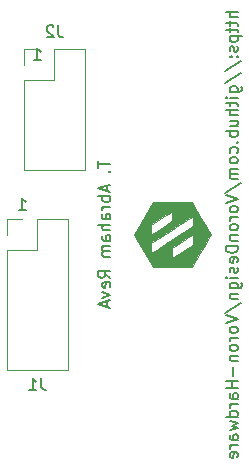
<source format=gbr>
G04 #@! TF.GenerationSoftware,KiCad,Pcbnew,(6.0.0)*
G04 #@! TF.CreationDate,2021-12-31T10:21:58-05:00*
G04 #@! TF.ProjectId,SKR-Mini_Screen,534b522d-4d69-46e6-995f-53637265656e,rev?*
G04 #@! TF.SameCoordinates,Original*
G04 #@! TF.FileFunction,Legend,Bot*
G04 #@! TF.FilePolarity,Positive*
%FSLAX46Y46*%
G04 Gerber Fmt 4.6, Leading zero omitted, Abs format (unit mm)*
G04 Created by KiCad (PCBNEW (6.0.0)) date 2021-12-31 10:21:58*
%MOMM*%
%LPD*%
G01*
G04 APERTURE LIST*
%ADD10C,0.150000*%
%ADD11C,0.200000*%
%ADD12C,0.120000*%
%ADD13C,0.010000*%
G04 APERTURE END LIST*
D10*
X126714285Y-91892380D02*
X127285714Y-91892380D01*
X127000000Y-91892380D02*
X127000000Y-90892380D01*
X127095238Y-91035238D01*
X127190476Y-91130476D01*
X127285714Y-91178095D01*
D11*
X143962380Y-87846666D02*
X142962380Y-87846666D01*
X143962380Y-88275238D02*
X143438571Y-88275238D01*
X143343333Y-88227619D01*
X143295714Y-88132380D01*
X143295714Y-87989523D01*
X143343333Y-87894285D01*
X143390952Y-87846666D01*
X143295714Y-88608571D02*
X143295714Y-88989523D01*
X142962380Y-88751428D02*
X143819523Y-88751428D01*
X143914761Y-88799047D01*
X143962380Y-88894285D01*
X143962380Y-88989523D01*
X143295714Y-89180000D02*
X143295714Y-89560952D01*
X142962380Y-89322857D02*
X143819523Y-89322857D01*
X143914761Y-89370476D01*
X143962380Y-89465714D01*
X143962380Y-89560952D01*
X143295714Y-89894285D02*
X144295714Y-89894285D01*
X143343333Y-89894285D02*
X143295714Y-89989523D01*
X143295714Y-90180000D01*
X143343333Y-90275238D01*
X143390952Y-90322857D01*
X143486190Y-90370476D01*
X143771904Y-90370476D01*
X143867142Y-90322857D01*
X143914761Y-90275238D01*
X143962380Y-90180000D01*
X143962380Y-89989523D01*
X143914761Y-89894285D01*
X143914761Y-90751428D02*
X143962380Y-90846666D01*
X143962380Y-91037142D01*
X143914761Y-91132380D01*
X143819523Y-91180000D01*
X143771904Y-91180000D01*
X143676666Y-91132380D01*
X143629047Y-91037142D01*
X143629047Y-90894285D01*
X143581428Y-90799047D01*
X143486190Y-90751428D01*
X143438571Y-90751428D01*
X143343333Y-90799047D01*
X143295714Y-90894285D01*
X143295714Y-91037142D01*
X143343333Y-91132380D01*
X143867142Y-91608571D02*
X143914761Y-91656190D01*
X143962380Y-91608571D01*
X143914761Y-91560952D01*
X143867142Y-91608571D01*
X143962380Y-91608571D01*
X143343333Y-91608571D02*
X143390952Y-91656190D01*
X143438571Y-91608571D01*
X143390952Y-91560952D01*
X143343333Y-91608571D01*
X143438571Y-91608571D01*
X142914761Y-92799047D02*
X144200476Y-91941904D01*
X142914761Y-93846666D02*
X144200476Y-92989523D01*
X143295714Y-94608571D02*
X144105238Y-94608571D01*
X144200476Y-94560952D01*
X144248095Y-94513333D01*
X144295714Y-94418095D01*
X144295714Y-94275238D01*
X144248095Y-94180000D01*
X143914761Y-94608571D02*
X143962380Y-94513333D01*
X143962380Y-94322857D01*
X143914761Y-94227619D01*
X143867142Y-94180000D01*
X143771904Y-94132380D01*
X143486190Y-94132380D01*
X143390952Y-94180000D01*
X143343333Y-94227619D01*
X143295714Y-94322857D01*
X143295714Y-94513333D01*
X143343333Y-94608571D01*
X143962380Y-95084761D02*
X143295714Y-95084761D01*
X142962380Y-95084761D02*
X143010000Y-95037142D01*
X143057619Y-95084761D01*
X143010000Y-95132380D01*
X142962380Y-95084761D01*
X143057619Y-95084761D01*
X143295714Y-95418095D02*
X143295714Y-95799047D01*
X142962380Y-95560952D02*
X143819523Y-95560952D01*
X143914761Y-95608571D01*
X143962380Y-95703809D01*
X143962380Y-95799047D01*
X143962380Y-96132380D02*
X142962380Y-96132380D01*
X143962380Y-96560952D02*
X143438571Y-96560952D01*
X143343333Y-96513333D01*
X143295714Y-96418095D01*
X143295714Y-96275238D01*
X143343333Y-96180000D01*
X143390952Y-96132380D01*
X143295714Y-97465714D02*
X143962380Y-97465714D01*
X143295714Y-97037142D02*
X143819523Y-97037142D01*
X143914761Y-97084761D01*
X143962380Y-97180000D01*
X143962380Y-97322857D01*
X143914761Y-97418095D01*
X143867142Y-97465714D01*
X143962380Y-97941904D02*
X142962380Y-97941904D01*
X143343333Y-97941904D02*
X143295714Y-98037142D01*
X143295714Y-98227619D01*
X143343333Y-98322857D01*
X143390952Y-98370476D01*
X143486190Y-98418095D01*
X143771904Y-98418095D01*
X143867142Y-98370476D01*
X143914761Y-98322857D01*
X143962380Y-98227619D01*
X143962380Y-98037142D01*
X143914761Y-97941904D01*
X143867142Y-98846666D02*
X143914761Y-98894285D01*
X143962380Y-98846666D01*
X143914761Y-98799047D01*
X143867142Y-98846666D01*
X143962380Y-98846666D01*
X143914761Y-99751428D02*
X143962380Y-99656190D01*
X143962380Y-99465714D01*
X143914761Y-99370476D01*
X143867142Y-99322857D01*
X143771904Y-99275238D01*
X143486190Y-99275238D01*
X143390952Y-99322857D01*
X143343333Y-99370476D01*
X143295714Y-99465714D01*
X143295714Y-99656190D01*
X143343333Y-99751428D01*
X143962380Y-100322857D02*
X143914761Y-100227619D01*
X143867142Y-100180000D01*
X143771904Y-100132380D01*
X143486190Y-100132380D01*
X143390952Y-100180000D01*
X143343333Y-100227619D01*
X143295714Y-100322857D01*
X143295714Y-100465714D01*
X143343333Y-100560952D01*
X143390952Y-100608571D01*
X143486190Y-100656190D01*
X143771904Y-100656190D01*
X143867142Y-100608571D01*
X143914761Y-100560952D01*
X143962380Y-100465714D01*
X143962380Y-100322857D01*
X143962380Y-101084761D02*
X143295714Y-101084761D01*
X143390952Y-101084761D02*
X143343333Y-101132380D01*
X143295714Y-101227619D01*
X143295714Y-101370476D01*
X143343333Y-101465714D01*
X143438571Y-101513333D01*
X143962380Y-101513333D01*
X143438571Y-101513333D02*
X143343333Y-101560952D01*
X143295714Y-101656190D01*
X143295714Y-101799047D01*
X143343333Y-101894285D01*
X143438571Y-101941904D01*
X143962380Y-101941904D01*
X142914761Y-103132380D02*
X144200476Y-102275238D01*
X142962380Y-103322857D02*
X143962380Y-103656190D01*
X142962380Y-103989523D01*
X143962380Y-104465714D02*
X143914761Y-104370476D01*
X143867142Y-104322857D01*
X143771904Y-104275238D01*
X143486190Y-104275238D01*
X143390952Y-104322857D01*
X143343333Y-104370476D01*
X143295714Y-104465714D01*
X143295714Y-104608571D01*
X143343333Y-104703809D01*
X143390952Y-104751428D01*
X143486190Y-104799047D01*
X143771904Y-104799047D01*
X143867142Y-104751428D01*
X143914761Y-104703809D01*
X143962380Y-104608571D01*
X143962380Y-104465714D01*
X143962380Y-105227619D02*
X143295714Y-105227619D01*
X143486190Y-105227619D02*
X143390952Y-105275238D01*
X143343333Y-105322857D01*
X143295714Y-105418095D01*
X143295714Y-105513333D01*
X143962380Y-105989523D02*
X143914761Y-105894285D01*
X143867142Y-105846666D01*
X143771904Y-105799047D01*
X143486190Y-105799047D01*
X143390952Y-105846666D01*
X143343333Y-105894285D01*
X143295714Y-105989523D01*
X143295714Y-106132380D01*
X143343333Y-106227619D01*
X143390952Y-106275238D01*
X143486190Y-106322857D01*
X143771904Y-106322857D01*
X143867142Y-106275238D01*
X143914761Y-106227619D01*
X143962380Y-106132380D01*
X143962380Y-105989523D01*
X143295714Y-106751428D02*
X143962380Y-106751428D01*
X143390952Y-106751428D02*
X143343333Y-106799047D01*
X143295714Y-106894285D01*
X143295714Y-107037142D01*
X143343333Y-107132380D01*
X143438571Y-107180000D01*
X143962380Y-107180000D01*
X143962380Y-107656190D02*
X142962380Y-107656190D01*
X142962380Y-107894285D01*
X143010000Y-108037142D01*
X143105238Y-108132380D01*
X143200476Y-108180000D01*
X143390952Y-108227619D01*
X143533809Y-108227619D01*
X143724285Y-108180000D01*
X143819523Y-108132380D01*
X143914761Y-108037142D01*
X143962380Y-107894285D01*
X143962380Y-107656190D01*
X143914761Y-109037142D02*
X143962380Y-108941904D01*
X143962380Y-108751428D01*
X143914761Y-108656190D01*
X143819523Y-108608571D01*
X143438571Y-108608571D01*
X143343333Y-108656190D01*
X143295714Y-108751428D01*
X143295714Y-108941904D01*
X143343333Y-109037142D01*
X143438571Y-109084761D01*
X143533809Y-109084761D01*
X143629047Y-108608571D01*
X143914761Y-109465714D02*
X143962380Y-109560952D01*
X143962380Y-109751428D01*
X143914761Y-109846666D01*
X143819523Y-109894285D01*
X143771904Y-109894285D01*
X143676666Y-109846666D01*
X143629047Y-109751428D01*
X143629047Y-109608571D01*
X143581428Y-109513333D01*
X143486190Y-109465714D01*
X143438571Y-109465714D01*
X143343333Y-109513333D01*
X143295714Y-109608571D01*
X143295714Y-109751428D01*
X143343333Y-109846666D01*
X143962380Y-110322857D02*
X143295714Y-110322857D01*
X142962380Y-110322857D02*
X143010000Y-110275238D01*
X143057619Y-110322857D01*
X143010000Y-110370476D01*
X142962380Y-110322857D01*
X143057619Y-110322857D01*
X143295714Y-111227619D02*
X144105238Y-111227619D01*
X144200476Y-111180000D01*
X144248095Y-111132380D01*
X144295714Y-111037142D01*
X144295714Y-110894285D01*
X144248095Y-110799047D01*
X143914761Y-111227619D02*
X143962380Y-111132380D01*
X143962380Y-110941904D01*
X143914761Y-110846666D01*
X143867142Y-110799047D01*
X143771904Y-110751428D01*
X143486190Y-110751428D01*
X143390952Y-110799047D01*
X143343333Y-110846666D01*
X143295714Y-110941904D01*
X143295714Y-111132380D01*
X143343333Y-111227619D01*
X143295714Y-111703809D02*
X143962380Y-111703809D01*
X143390952Y-111703809D02*
X143343333Y-111751428D01*
X143295714Y-111846666D01*
X143295714Y-111989523D01*
X143343333Y-112084761D01*
X143438571Y-112132380D01*
X143962380Y-112132380D01*
X142914761Y-113322857D02*
X144200476Y-112465714D01*
X142962380Y-113513333D02*
X143962380Y-113846666D01*
X142962380Y-114180000D01*
X143962380Y-114656190D02*
X143914761Y-114560952D01*
X143867142Y-114513333D01*
X143771904Y-114465714D01*
X143486190Y-114465714D01*
X143390952Y-114513333D01*
X143343333Y-114560952D01*
X143295714Y-114656190D01*
X143295714Y-114799047D01*
X143343333Y-114894285D01*
X143390952Y-114941904D01*
X143486190Y-114989523D01*
X143771904Y-114989523D01*
X143867142Y-114941904D01*
X143914761Y-114894285D01*
X143962380Y-114799047D01*
X143962380Y-114656190D01*
X143962380Y-115418095D02*
X143295714Y-115418095D01*
X143486190Y-115418095D02*
X143390952Y-115465714D01*
X143343333Y-115513333D01*
X143295714Y-115608571D01*
X143295714Y-115703809D01*
X143962380Y-116179999D02*
X143914761Y-116084761D01*
X143867142Y-116037142D01*
X143771904Y-115989523D01*
X143486190Y-115989523D01*
X143390952Y-116037142D01*
X143343333Y-116084761D01*
X143295714Y-116179999D01*
X143295714Y-116322857D01*
X143343333Y-116418095D01*
X143390952Y-116465714D01*
X143486190Y-116513333D01*
X143771904Y-116513333D01*
X143867142Y-116465714D01*
X143914761Y-116418095D01*
X143962380Y-116322857D01*
X143962380Y-116179999D01*
X143295714Y-116941904D02*
X143962380Y-116941904D01*
X143390952Y-116941904D02*
X143343333Y-116989523D01*
X143295714Y-117084761D01*
X143295714Y-117227619D01*
X143343333Y-117322857D01*
X143438571Y-117370476D01*
X143962380Y-117370476D01*
X143581428Y-117846666D02*
X143581428Y-118608571D01*
X143962380Y-119084761D02*
X142962380Y-119084761D01*
X143438571Y-119084761D02*
X143438571Y-119656190D01*
X143962380Y-119656190D02*
X142962380Y-119656190D01*
X143962380Y-120560952D02*
X143438571Y-120560952D01*
X143343333Y-120513333D01*
X143295714Y-120418095D01*
X143295714Y-120227619D01*
X143343333Y-120132380D01*
X143914761Y-120560952D02*
X143962380Y-120465714D01*
X143962380Y-120227619D01*
X143914761Y-120132380D01*
X143819523Y-120084761D01*
X143724285Y-120084761D01*
X143629047Y-120132380D01*
X143581428Y-120227619D01*
X143581428Y-120465714D01*
X143533809Y-120560952D01*
X143962380Y-121037142D02*
X143295714Y-121037142D01*
X143486190Y-121037142D02*
X143390952Y-121084761D01*
X143343333Y-121132380D01*
X143295714Y-121227619D01*
X143295714Y-121322857D01*
X143962380Y-122084761D02*
X142962380Y-122084761D01*
X143914761Y-122084761D02*
X143962380Y-121989523D01*
X143962380Y-121799047D01*
X143914761Y-121703809D01*
X143867142Y-121656190D01*
X143771904Y-121608571D01*
X143486190Y-121608571D01*
X143390952Y-121656190D01*
X143343333Y-121703809D01*
X143295714Y-121799047D01*
X143295714Y-121989523D01*
X143343333Y-122084761D01*
X143295714Y-122465714D02*
X143962380Y-122656190D01*
X143486190Y-122846666D01*
X143962380Y-123037142D01*
X143295714Y-123227619D01*
X143962380Y-124037142D02*
X143438571Y-124037142D01*
X143343333Y-123989523D01*
X143295714Y-123894285D01*
X143295714Y-123703809D01*
X143343333Y-123608571D01*
X143914761Y-124037142D02*
X143962380Y-123941904D01*
X143962380Y-123703809D01*
X143914761Y-123608571D01*
X143819523Y-123560952D01*
X143724285Y-123560952D01*
X143629047Y-123608571D01*
X143581428Y-123703809D01*
X143581428Y-123941904D01*
X143533809Y-124037142D01*
X143962380Y-124513333D02*
X143295714Y-124513333D01*
X143486190Y-124513333D02*
X143390952Y-124560952D01*
X143343333Y-124608571D01*
X143295714Y-124703809D01*
X143295714Y-124799047D01*
X143914761Y-125513333D02*
X143962380Y-125418095D01*
X143962380Y-125227619D01*
X143914761Y-125132380D01*
X143819523Y-125084761D01*
X143438571Y-125084761D01*
X143343333Y-125132380D01*
X143295714Y-125227619D01*
X143295714Y-125418095D01*
X143343333Y-125513333D01*
X143438571Y-125560952D01*
X143533809Y-125560952D01*
X143629047Y-125084761D01*
X132167380Y-100441904D02*
X132167380Y-101013333D01*
X133167380Y-100727619D02*
X132167380Y-100727619D01*
X133072142Y-101346666D02*
X133119761Y-101394285D01*
X133167380Y-101346666D01*
X133119761Y-101299047D01*
X133072142Y-101346666D01*
X133167380Y-101346666D01*
X132881666Y-102537142D02*
X132881666Y-103013333D01*
X133167380Y-102441904D02*
X132167380Y-102775238D01*
X133167380Y-103108571D01*
X133167380Y-103441904D02*
X132167380Y-103441904D01*
X132548333Y-103441904D02*
X132500714Y-103537142D01*
X132500714Y-103727619D01*
X132548333Y-103822857D01*
X132595952Y-103870476D01*
X132691190Y-103918095D01*
X132976904Y-103918095D01*
X133072142Y-103870476D01*
X133119761Y-103822857D01*
X133167380Y-103727619D01*
X133167380Y-103537142D01*
X133119761Y-103441904D01*
X133167380Y-104346666D02*
X132500714Y-104346666D01*
X132691190Y-104346666D02*
X132595952Y-104394285D01*
X132548333Y-104441904D01*
X132500714Y-104537142D01*
X132500714Y-104632380D01*
X133167380Y-105394285D02*
X132643571Y-105394285D01*
X132548333Y-105346666D01*
X132500714Y-105251428D01*
X132500714Y-105060952D01*
X132548333Y-104965714D01*
X133119761Y-105394285D02*
X133167380Y-105299047D01*
X133167380Y-105060952D01*
X133119761Y-104965714D01*
X133024523Y-104918095D01*
X132929285Y-104918095D01*
X132834047Y-104965714D01*
X132786428Y-105060952D01*
X132786428Y-105299047D01*
X132738809Y-105394285D01*
X133167380Y-105870476D02*
X132167380Y-105870476D01*
X133167380Y-106299047D02*
X132643571Y-106299047D01*
X132548333Y-106251428D01*
X132500714Y-106156190D01*
X132500714Y-106013333D01*
X132548333Y-105918095D01*
X132595952Y-105870476D01*
X133167380Y-107203809D02*
X132643571Y-107203809D01*
X132548333Y-107156190D01*
X132500714Y-107060952D01*
X132500714Y-106870476D01*
X132548333Y-106775238D01*
X133119761Y-107203809D02*
X133167380Y-107108571D01*
X133167380Y-106870476D01*
X133119761Y-106775238D01*
X133024523Y-106727619D01*
X132929285Y-106727619D01*
X132834047Y-106775238D01*
X132786428Y-106870476D01*
X132786428Y-107108571D01*
X132738809Y-107203809D01*
X133167380Y-107680000D02*
X132500714Y-107680000D01*
X132595952Y-107680000D02*
X132548333Y-107727619D01*
X132500714Y-107822857D01*
X132500714Y-107965714D01*
X132548333Y-108060952D01*
X132643571Y-108108571D01*
X133167380Y-108108571D01*
X132643571Y-108108571D02*
X132548333Y-108156190D01*
X132500714Y-108251428D01*
X132500714Y-108394285D01*
X132548333Y-108489523D01*
X132643571Y-108537142D01*
X133167380Y-108537142D01*
X133167380Y-110346666D02*
X132691190Y-110013333D01*
X133167380Y-109775238D02*
X132167380Y-109775238D01*
X132167380Y-110156190D01*
X132215000Y-110251428D01*
X132262619Y-110299047D01*
X132357857Y-110346666D01*
X132500714Y-110346666D01*
X132595952Y-110299047D01*
X132643571Y-110251428D01*
X132691190Y-110156190D01*
X132691190Y-109775238D01*
X133119761Y-111156190D02*
X133167380Y-111060952D01*
X133167380Y-110870476D01*
X133119761Y-110775238D01*
X133024523Y-110727619D01*
X132643571Y-110727619D01*
X132548333Y-110775238D01*
X132500714Y-110870476D01*
X132500714Y-111060952D01*
X132548333Y-111156190D01*
X132643571Y-111203809D01*
X132738809Y-111203809D01*
X132834047Y-110727619D01*
X132500714Y-111537142D02*
X133167380Y-111775238D01*
X132500714Y-112013333D01*
X132881666Y-112346666D02*
X132881666Y-112822857D01*
X133167380Y-112251428D02*
X132167380Y-112584761D01*
X133167380Y-112918095D01*
D10*
X125444285Y-104592380D02*
X126015714Y-104592380D01*
X125730000Y-104592380D02*
X125730000Y-103592380D01*
X125825238Y-103735238D01*
X125920476Y-103830476D01*
X126015714Y-103878095D01*
X127333333Y-118832380D02*
X127333333Y-119546666D01*
X127380952Y-119689523D01*
X127476190Y-119784761D01*
X127619047Y-119832380D01*
X127714285Y-119832380D01*
X126333333Y-119832380D02*
X126904761Y-119832380D01*
X126619047Y-119832380D02*
X126619047Y-118832380D01*
X126714285Y-118975238D01*
X126809523Y-119070476D01*
X126904761Y-119118095D01*
X128781333Y-88974380D02*
X128781333Y-89688666D01*
X128828952Y-89831523D01*
X128924190Y-89926761D01*
X129067047Y-89974380D01*
X129162285Y-89974380D01*
X128352761Y-89069619D02*
X128305142Y-89022000D01*
X128209904Y-88974380D01*
X127971809Y-88974380D01*
X127876571Y-89022000D01*
X127828952Y-89069619D01*
X127781333Y-89164857D01*
X127781333Y-89260095D01*
X127828952Y-89402952D01*
X128400380Y-89974380D01*
X127781333Y-89974380D01*
D12*
X129600000Y-118170000D02*
X124400000Y-118170000D01*
X125730000Y-105350000D02*
X124400000Y-105350000D01*
X127000000Y-107950000D02*
X124400000Y-107950000D01*
X124400000Y-105350000D02*
X124400000Y-106680000D01*
X127000000Y-105350000D02*
X127000000Y-107950000D01*
X124400000Y-107950000D02*
X124400000Y-118170000D01*
X129600000Y-105350000D02*
X129600000Y-118170000D01*
X129600000Y-105350000D02*
X127000000Y-105350000D01*
X128448000Y-93562000D02*
X125848000Y-93562000D01*
X128448000Y-90962000D02*
X128448000Y-93562000D01*
X127178000Y-90962000D02*
X125848000Y-90962000D01*
X125848000Y-90962000D02*
X125848000Y-92292000D01*
X131048000Y-90962000D02*
X131048000Y-101242000D01*
X131048000Y-101242000D02*
X125848000Y-101242000D01*
X131048000Y-90962000D02*
X128448000Y-90962000D01*
X125848000Y-93562000D02*
X125848000Y-101242000D01*
D13*
X136780150Y-109448600D02*
X140079849Y-109448600D01*
X140079849Y-109448600D02*
X140880524Y-108059308D01*
X140880524Y-108059308D02*
X141076185Y-107719339D01*
X141076185Y-107719339D02*
X141254267Y-107409012D01*
X141254267Y-107409012D02*
X141408754Y-107138882D01*
X141408754Y-107138882D02*
X141533630Y-106919505D01*
X141533630Y-106919505D02*
X141622877Y-106761439D01*
X141622877Y-106761439D02*
X141670478Y-106675239D01*
X141670478Y-106675239D02*
X141676770Y-106662308D01*
X141676770Y-106662308D02*
X141651166Y-106618181D01*
X141651166Y-106618181D02*
X141580713Y-106496791D01*
X141580713Y-106496791D02*
X141471566Y-106308745D01*
X141471566Y-106308745D02*
X141329881Y-106064649D01*
X141329881Y-106064649D02*
X141161815Y-105775109D01*
X141161815Y-105775109D02*
X140973525Y-105450731D01*
X140973525Y-105450731D02*
X140876162Y-105283000D01*
X140876162Y-105283000D02*
X140164876Y-104057648D01*
X140164876Y-104057648D02*
X140164876Y-105113666D01*
X140164876Y-105113666D02*
X140184402Y-105152441D01*
X140184402Y-105152441D02*
X140199187Y-105270479D01*
X140199187Y-105270479D02*
X140206891Y-105445467D01*
X140206891Y-105445467D02*
X140207479Y-105520066D01*
X140207479Y-105520066D02*
X140206959Y-105943400D01*
X140206959Y-105943400D02*
X140185076Y-105957821D01*
X140185076Y-105957821D02*
X140185076Y-106680000D01*
X140185076Y-106680000D02*
X140195563Y-106726850D01*
X140195563Y-106726850D02*
X140203500Y-106851616D01*
X140203500Y-106851616D02*
X140207596Y-107030623D01*
X140207596Y-107030623D02*
X140207886Y-107099100D01*
X140207886Y-107099100D02*
X140207772Y-107518200D01*
X140207772Y-107518200D02*
X139464043Y-108000800D01*
X139464043Y-108000800D02*
X139209678Y-108165838D01*
X139209678Y-108165838D02*
X138975166Y-108317963D01*
X138975166Y-108317963D02*
X138777951Y-108445863D01*
X138777951Y-108445863D02*
X138635476Y-108538223D01*
X138635476Y-108538223D02*
X138575156Y-108577288D01*
X138575156Y-108577288D02*
X138430000Y-108671177D01*
X138430000Y-108671177D02*
X138430000Y-107809093D01*
X138430000Y-107809093D02*
X139296076Y-107244546D01*
X139296076Y-107244546D02*
X139558735Y-107074034D01*
X139558735Y-107074034D02*
X139791619Y-106924186D01*
X139791619Y-106924186D02*
X139981683Y-106803286D01*
X139981683Y-106803286D02*
X140115882Y-106719618D01*
X140115882Y-106719618D02*
X140181172Y-106681465D01*
X140181172Y-106681465D02*
X140185076Y-106680000D01*
X140185076Y-106680000D02*
X140185076Y-105957821D01*
X140185076Y-105957821D02*
X138472603Y-107086400D01*
X138472603Y-107086400D02*
X138096432Y-107334036D01*
X138096432Y-107334036D02*
X137746255Y-107564037D01*
X137746255Y-107564037D02*
X137431238Y-107770420D01*
X137431238Y-107770420D02*
X137160551Y-107947202D01*
X137160551Y-107947202D02*
X136943361Y-108088399D01*
X136943361Y-108088399D02*
X136788837Y-108188029D01*
X136788837Y-108188029D02*
X136706148Y-108240108D01*
X136706148Y-108240108D02*
X136695123Y-108246333D01*
X136695123Y-108246333D02*
X136675597Y-108207558D01*
X136675597Y-108207558D02*
X136660812Y-108089520D01*
X136660812Y-108089520D02*
X136653108Y-107914532D01*
X136653108Y-107914532D02*
X136652520Y-107839933D01*
X136652520Y-107839933D02*
X136653040Y-107416600D01*
X136653040Y-107416600D02*
X138387396Y-106273600D01*
X138387396Y-106273600D02*
X138763567Y-106025963D01*
X138763567Y-106025963D02*
X139113744Y-105795962D01*
X139113744Y-105795962D02*
X139428761Y-105589579D01*
X139428761Y-105589579D02*
X139699448Y-105412797D01*
X139699448Y-105412797D02*
X139916638Y-105271600D01*
X139916638Y-105271600D02*
X140071162Y-105171970D01*
X140071162Y-105171970D02*
X140153851Y-105119891D01*
X140153851Y-105119891D02*
X140164876Y-105113666D01*
X140164876Y-105113666D02*
X140164876Y-104057648D01*
X140164876Y-104057648D02*
X140079983Y-103911400D01*
X140079983Y-103911400D02*
X138430000Y-103911400D01*
X138430000Y-103911400D02*
X138430000Y-104688822D01*
X138430000Y-104688822D02*
X138430000Y-105550906D01*
X138430000Y-105550906D02*
X137563923Y-106115453D01*
X137563923Y-106115453D02*
X137301264Y-106285965D01*
X137301264Y-106285965D02*
X137068380Y-106435813D01*
X137068380Y-106435813D02*
X136878316Y-106556713D01*
X136878316Y-106556713D02*
X136744117Y-106640381D01*
X136744117Y-106640381D02*
X136678827Y-106678534D01*
X136678827Y-106678534D02*
X136674923Y-106680000D01*
X136674923Y-106680000D02*
X136664436Y-106633149D01*
X136664436Y-106633149D02*
X136656499Y-106508383D01*
X136656499Y-106508383D02*
X136652403Y-106329376D01*
X136652403Y-106329376D02*
X136652113Y-106260900D01*
X136652113Y-106260900D02*
X136652227Y-105841800D01*
X136652227Y-105841800D02*
X137395956Y-105359200D01*
X137395956Y-105359200D02*
X137650321Y-105194161D01*
X137650321Y-105194161D02*
X137884833Y-105042036D01*
X137884833Y-105042036D02*
X138082048Y-104914136D01*
X138082048Y-104914136D02*
X138224523Y-104821776D01*
X138224523Y-104821776D02*
X138284843Y-104782711D01*
X138284843Y-104782711D02*
X138430000Y-104688822D01*
X138430000Y-104688822D02*
X138430000Y-103911400D01*
X138430000Y-103911400D02*
X136780150Y-103911400D01*
X136780150Y-103911400D02*
X135184552Y-106680000D01*
X135184552Y-106680000D02*
X136780150Y-109448600D01*
X136780150Y-109448600D02*
X136780150Y-109448600D01*
G36*
X140973525Y-105450731D02*
G01*
X141161815Y-105775109D01*
X141329881Y-106064649D01*
X141471566Y-106308745D01*
X141580713Y-106496791D01*
X141651166Y-106618181D01*
X141676770Y-106662308D01*
X141670478Y-106675239D01*
X141622877Y-106761439D01*
X141533630Y-106919505D01*
X141408754Y-107138882D01*
X141254267Y-107409012D01*
X141076185Y-107719339D01*
X140880524Y-108059308D01*
X140079849Y-109448600D01*
X136780150Y-109448600D01*
X136332106Y-108671177D01*
X138430000Y-108671177D01*
X138575156Y-108577288D01*
X138635476Y-108538223D01*
X138777951Y-108445863D01*
X138975166Y-108317963D01*
X139209678Y-108165838D01*
X139464043Y-108000800D01*
X140207772Y-107518200D01*
X140207886Y-107099100D01*
X140207596Y-107030623D01*
X140203500Y-106851616D01*
X140195563Y-106726850D01*
X140185076Y-106680000D01*
X140181172Y-106681465D01*
X140115882Y-106719618D01*
X139981683Y-106803286D01*
X139791619Y-106924186D01*
X139558735Y-107074034D01*
X139296076Y-107244546D01*
X138430000Y-107809093D01*
X138430000Y-108671177D01*
X136332106Y-108671177D01*
X135853044Y-107839933D01*
X136652520Y-107839933D01*
X136653108Y-107914532D01*
X136660812Y-108089520D01*
X136675597Y-108207558D01*
X136695123Y-108246333D01*
X136706148Y-108240108D01*
X136788837Y-108188029D01*
X136943361Y-108088399D01*
X137160551Y-107947202D01*
X137431238Y-107770420D01*
X137746255Y-107564037D01*
X138096432Y-107334036D01*
X138472603Y-107086400D01*
X140185076Y-105957821D01*
X140206959Y-105943400D01*
X140207479Y-105520066D01*
X140206891Y-105445467D01*
X140199187Y-105270479D01*
X140184402Y-105152441D01*
X140164876Y-105113666D01*
X140153851Y-105119891D01*
X140071162Y-105171970D01*
X139916638Y-105271600D01*
X139699448Y-105412797D01*
X139428761Y-105589579D01*
X139113744Y-105795962D01*
X138763567Y-106025963D01*
X138387396Y-106273600D01*
X136653040Y-107416600D01*
X136652520Y-107839933D01*
X135853044Y-107839933D01*
X135184552Y-106680000D01*
X135426087Y-106260900D01*
X136652113Y-106260900D01*
X136652403Y-106329376D01*
X136656499Y-106508383D01*
X136664436Y-106633149D01*
X136674923Y-106680000D01*
X136678827Y-106678534D01*
X136744117Y-106640381D01*
X136878316Y-106556713D01*
X137068380Y-106435813D01*
X137301264Y-106285965D01*
X137563923Y-106115453D01*
X138430000Y-105550906D01*
X138430000Y-104688822D01*
X138284843Y-104782711D01*
X138224523Y-104821776D01*
X138082048Y-104914136D01*
X137884833Y-105042036D01*
X137650321Y-105194161D01*
X137395956Y-105359200D01*
X136652227Y-105841800D01*
X136652113Y-106260900D01*
X135426087Y-106260900D01*
X136780150Y-103911400D01*
X140079983Y-103911400D01*
X140164876Y-104057648D01*
X140876162Y-105283000D01*
X140973525Y-105450731D01*
G37*
X140973525Y-105450731D02*
X141161815Y-105775109D01*
X141329881Y-106064649D01*
X141471566Y-106308745D01*
X141580713Y-106496791D01*
X141651166Y-106618181D01*
X141676770Y-106662308D01*
X141670478Y-106675239D01*
X141622877Y-106761439D01*
X141533630Y-106919505D01*
X141408754Y-107138882D01*
X141254267Y-107409012D01*
X141076185Y-107719339D01*
X140880524Y-108059308D01*
X140079849Y-109448600D01*
X136780150Y-109448600D01*
X136332106Y-108671177D01*
X138430000Y-108671177D01*
X138575156Y-108577288D01*
X138635476Y-108538223D01*
X138777951Y-108445863D01*
X138975166Y-108317963D01*
X139209678Y-108165838D01*
X139464043Y-108000800D01*
X140207772Y-107518200D01*
X140207886Y-107099100D01*
X140207596Y-107030623D01*
X140203500Y-106851616D01*
X140195563Y-106726850D01*
X140185076Y-106680000D01*
X140181172Y-106681465D01*
X140115882Y-106719618D01*
X139981683Y-106803286D01*
X139791619Y-106924186D01*
X139558735Y-107074034D01*
X139296076Y-107244546D01*
X138430000Y-107809093D01*
X138430000Y-108671177D01*
X136332106Y-108671177D01*
X135853044Y-107839933D01*
X136652520Y-107839933D01*
X136653108Y-107914532D01*
X136660812Y-108089520D01*
X136675597Y-108207558D01*
X136695123Y-108246333D01*
X136706148Y-108240108D01*
X136788837Y-108188029D01*
X136943361Y-108088399D01*
X137160551Y-107947202D01*
X137431238Y-107770420D01*
X137746255Y-107564037D01*
X138096432Y-107334036D01*
X138472603Y-107086400D01*
X140185076Y-105957821D01*
X140206959Y-105943400D01*
X140207479Y-105520066D01*
X140206891Y-105445467D01*
X140199187Y-105270479D01*
X140184402Y-105152441D01*
X140164876Y-105113666D01*
X140153851Y-105119891D01*
X140071162Y-105171970D01*
X139916638Y-105271600D01*
X139699448Y-105412797D01*
X139428761Y-105589579D01*
X139113744Y-105795962D01*
X138763567Y-106025963D01*
X138387396Y-106273600D01*
X136653040Y-107416600D01*
X136652520Y-107839933D01*
X135853044Y-107839933D01*
X135184552Y-106680000D01*
X135426087Y-106260900D01*
X136652113Y-106260900D01*
X136652403Y-106329376D01*
X136656499Y-106508383D01*
X136664436Y-106633149D01*
X136674923Y-106680000D01*
X136678827Y-106678534D01*
X136744117Y-106640381D01*
X136878316Y-106556713D01*
X137068380Y-106435813D01*
X137301264Y-106285965D01*
X137563923Y-106115453D01*
X138430000Y-105550906D01*
X138430000Y-104688822D01*
X138284843Y-104782711D01*
X138224523Y-104821776D01*
X138082048Y-104914136D01*
X137884833Y-105042036D01*
X137650321Y-105194161D01*
X137395956Y-105359200D01*
X136652227Y-105841800D01*
X136652113Y-106260900D01*
X135426087Y-106260900D01*
X136780150Y-103911400D01*
X140079983Y-103911400D01*
X140164876Y-104057648D01*
X140876162Y-105283000D01*
X140973525Y-105450731D01*
M02*

</source>
